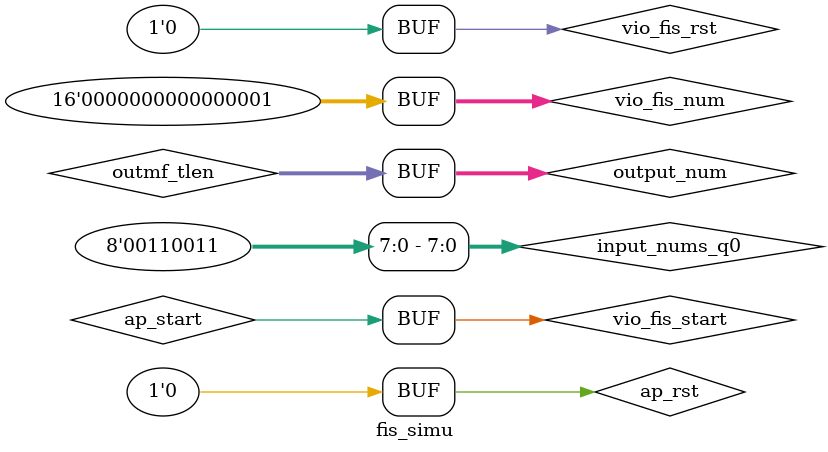
<source format=v>

`timescale 1ns / 1ps

module fis_simu;
    //-------------------------------------------------------------------
    // Defination of Ports
    //-------------------------------------------------------------------    
    wire  [00:0]         ap_clk                     ;
    reg   [00:0]         ap_rst                     ;
    wire  [00:0]         ap_start                   ;
    wire  [00:0]         ap_idle                    ;
    wire  [00:0]         ap_done                    ;
    wire  [00:0]         ap_ready                   ;
    wire  signed [31:0]  ap_return                  ;
    
    reg   [03:0]         fis_index                  ;
    reg   [03:0]         fis_dim                    ;
    reg   [05:0]         fis_len                    ;
    reg   [07:0]         inmf_tlen                  ;
    reg   [04:0]         outmf_tlen                 ;
    reg   [31:0]         rule_tlen                  ;
    reg   [31:0]         ndat_pnum                  ;
    reg   [09:0]         ndat_tlen                  ;
    
    reg   [00:0]         inmf_ena                   ;
    reg   [07:0]         inmf_addra                 ;
    reg   [31:0]         inmf_dina                  ;
    reg   [00:0]         outmf_ena                  ;
    reg   [04:0]         outmf_addra                ;
    reg   [31:0]         outmf_dina                 ;
    reg   [00:0]         rule_ena                   ;
    reg   [28:0]         rule_addra                 ;
    reg   [31:0]         rule_dina                  ;
    reg   [00:0]         in_data_ena                ;
    reg   [31:0]         in_data_addra              ;
    reg   [31:0]         in_data_dina               ;
    
    wire  [03:0]         input_dim                  ;
    wire  [04:0]         output_num                 ;
    wire  [03:0]         input_nums_address0        ;
    wire  [00:0]         input_nums_ce0             ;
    wire  [11:0]         input_nums_q0              ; 
    wire  [07:0]         inMF_i_address0            ;
    wire  [00:0]         inMF_i_ce0                 ;
    wire  signed [31:0]  inMF_i_q0                  ;
    wire  [04:0]         outMF_i_address0           ;
    wire  [00:0]         outMF_i_ce0                ;
    wire  signed [31:0]  outMF_i_q0                 ;
    wire  [14:0]         rule_i_address0            ;
    wire  [00:0]         rule_i_ce0                 ; 
    wire  [03:0]         rule_i_q0                  ;    
    wire  [03:0]         input_data_i_address0      ;
    wire  [00:0]         input_data_i_ce0           ;
    wire  signed [31:0]  input_data_i_q0            ;

    reg   [00:0]         vio_fis_start              ;
    wire  [00:0]         vio_fis_rst                ;
    wire  [15:0]         vio_fis_num                ;
    wire  [31:0]         prs_time_cnt               ;
    wire  [31:0]         prs_time_max               ;
    wire  [31:0]         prs_time_min               ;
    //====================================================================//
    //----------------------internal signals------------------------------//
    //====================================================================//
    reg   [15:0]    process_cnt   ;
    //====================================================================//
    //--------------------------main process------------------------------//
    //====================================================================//
    //clock
    sys_clk_gen #(
    .TCQ (0),
    .offset(0),
    .halfcycle(2500)
    )sys_clk_gen(
    .sys_clk(ap_clk)   
    );
    //reset
    initial 
    begin
        ap_rst  = 1'b1 ;
        #150000 ap_rst = 1'b0 ;
    end  
    //vio_fis_rst
    assign      vio_fis_rst = 1'b0 ;
    //vio_fis_num
    assign      vio_fis_num = 16'h1 ;
    //process_cnt
    always @ (posedge ap_clk or posedge ap_rst)
    begin
        if(ap_rst==1'b1)
        begin
            process_cnt <= 16'h0 ;
            vio_fis_start <= 1'b0 ;
        end
        else
        begin
            if(process_cnt<16'h8000)
            begin           
                process_cnt <= process_cnt + 16'h1 ;
                if(process_cnt==16'h2000)
                begin
                    vio_fis_start <= 1'b1 ;
                end
                else
                begin
                    vio_fis_start <= 1'b0 ;
                end
            end
            else
            begin
                process_cnt <= process_cnt ;
                vio_fis_start <= 1'b0 ;
            end
        end
    end

    always @(posedge ap_clk or posedge ap_rst)
    begin
        if(ap_rst==1'b1)
        begin
            fis_index   <= 4'h6  ;
            fis_dim     <= 4'h3  ;
            fis_len     <= 6'h9  ;
            inmf_tlen   <= 8'h36 ;
            outmf_tlen  <= 5'h09 ;
            rule_tlen   <= 32'h2d9;
            ndat_tlen   <= 10'h1 ;
        end
        else
        begin
            fis_index   <= 4'h3  ;
            fis_dim     <= 4'h3  ;
            fis_len     <= 6'h9  ;
            inmf_tlen   <= 8'h1b ;
            outmf_tlen  <= 5'hf  ;
            rule_tlen   <= 32'h1b;
            ndat_tlen   <= 10'h3 ;
        end
    end
    //input_dim
    assign      input_dim  = fis_index  ;
    //output_num
    assign      output_num = outmf_tlen ;  
    //input_nums_q0
    assign      input_nums_q0 = {fis_dim,4'd3,4'd3} ;   
    //inmf_ena/outmf_ena/rule_ena/in_data_ena
    always @ (posedge ap_clk or posedge ap_rst)
    begin
        if(ap_rst==1'b1)
        begin
            inmf_ena   <= 1'b0 ;
            inmf_addra <= 8'b0 ;
            inmf_dina  <= 32'b0;
            outmf_ena   <= 1'b0;
            outmf_addra <= 5'b0;
            outmf_dina  <= 32'b0;
            rule_ena <= 1'b0;
            rule_addra <= 29'b0;
            rule_dina <= 32'b0;
            in_data_ena <= 1'b0;
            in_data_addra <= 32'b0;
            in_data_dina <= 32'b0;
        end
        else
        begin
            inmf_ena   <= 1'b1;
            inmf_addra <= 8'd9;
            inmf_dina  <= 32'b0;
            outmf_ena   <= 1'b0;
            outmf_addra <= 5'b10000;
            outmf_dina  <= 32'b0;
            rule_ena <= 1'b0;
            rule_addra <= 29'b0;
            rule_dina <= 32'b0;
            in_data_ena <= 1'b0;
            in_data_addra <= 32'b0;
            in_data_dina <= 32'b0;
        end
    end
    //ap_start
    assign      ap_start = vio_fis_start ;
    //########################fis instance###################//
    fis u_fis(
    .ap_clk                ( ap_clk                ),
    .ap_rst                ( ap_rst|vio_fis_rst    ),
    .ap_start              ( ap_start              ),
    .ap_done               ( ap_done               ),
    .ap_idle               ( ap_idle               ),
    .ap_ready              ( ap_ready              ),
    .input_dim             ( input_dim             ),
    .output_num            ( output_num            ),
    .weight                ( 32'h00000000          ),
    .ap_return             ( ap_return             ),
    
    .input_nums_ce0        ( input_nums_ce0        ),
    .input_nums_address0   ( input_nums_address0   ),
    .input_nums_q0         ( input_nums_q0         ),
    .inMF_i_ce0            ( inMF_i_ce0            ),
    .inMF_i_address0       ( inMF_i_address0       ),
    .inMF_i_q0             ( inMF_i_q0             ),
    .outMF_i_ce0           ( outMF_i_ce0           ),
    .outMF_i_address0      ( outMF_i_address0      ),
    .outMF_i_q0            ( outMF_i_q0            ),
    .rule_i_ce0            ( rule_i_ce0            ),
    .rule_i_address0       ( rule_i_address0       ),
    .rule_i_q0             ( {2'd0,rule_i_q0}      ),
    .input_data_i_ce0      ( input_data_i_ce0      ),
    .input_data_i_address0 ( input_data_i_address0 ),
    .input_data_i_q0       ( input_data_i_q0       ) 
    );
    
    inmf_dram u_inmf_dram(
    .clka                  ( ap_clk                ),
    .ena                   ( inmf_ena              ),
    .wea                   ( inmf_ena              ),
    .addra                 ( inmf_addra            ),
    .dina                  ( inmf_dina             ),
    .clkb                  ( ap_clk                ),
    .enb                   ( inMF_i_ce0            ),
    .addrb                 ( inMF_i_address0       ),
    .doutb                 ( inMF_i_q0             ) 
    );
    
    outmf_dram u_outmf_dram(
    .clka                  ( ap_clk                ),
    .ena                   ( outmf_ena             ),
    .wea                   ( outmf_ena             ),
    .addra                 ( outmf_addra           ),
    .dina                  ( outmf_dina[31:0]      ),
    .clkb                  ( ap_clk                ),
    .enb                   ( outMF_i_ce0           ),
    .addrb                 ( outMF_i_address0      ),
    .doutb                 ( outMF_i_q0            ) 
    );
    
    rule_dram u_rule_dram(
    .clka                  ( ap_clk               ),
    .ena                   ( rule_ena             ),
    .wea                   ( rule_ena             ),
    .addra                 ( rule_addra[14:0]     ),
    .dina                  ( rule_dina[3:0]       ),
    .clkb                  ( ap_clk               ),
    .enb                   ( rule_i_ce0           ),
    .addrb                 ( rule_i_address0      ),
    .doutb                 ( rule_i_q0            ) 
    );
    
    indata_dram u_indata_dram(
    .clka                  ( ap_clk               ),
    .ena                   ( in_data_ena          ),
    .wea                   ( in_data_ena          ),
    .addra                 ( in_data_addra[3:0]   ),
    .dina                  ( in_data_dina         ),
    .clkb                  ( ap_clk               ),
    .enb                   ( input_data_i_ce0     ),
    .addrb                 ( input_data_i_address0),
    .doutb                 ( input_data_i_q0      ) 
    );    
    //####################debug and watch instance#############//
    usr_watch u_usr_watch(
    .ap_clk                ( ap_clk                ),
    .ap_rst                ( ap_rst                ),
    .vio_fis_start         ( vio_fis_start         ),
    .vio_fis_num           ( vio_fis_num           ),
    .vio_ap_start          ( vio_ap_start          ),
    .ap_done               ( ap_done               ),
    .ap_start              ( ap_start              ),
    .pc_fis_start          ( 1'b0                  ),
    .pc_ap_start           ( 1'b0                  ),
    .prs_time_cnt          ( prs_time_cnt          ),
    .prs_time_max          ( prs_time_max          ),
    .prs_time_min          ( prs_time_min          ),
    .pc_rdy_cnt            ( pc_rdy_cnt            ) 
    );  

endmodule


</source>
